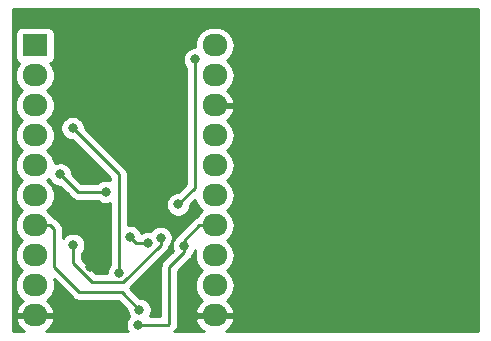
<source format=gbr>
G04 #@! TF.GenerationSoftware,KiCad,Pcbnew,(5.1.5)-3*
G04 #@! TF.CreationDate,2020-05-07T17:46:45-04:00*
G04 #@! TF.ProjectId,CR2025_Nordic,43523230-3235-45f4-9e6f-726469632e6b,rev?*
G04 #@! TF.SameCoordinates,Original*
G04 #@! TF.FileFunction,Copper,L2,Bot*
G04 #@! TF.FilePolarity,Positive*
%FSLAX46Y46*%
G04 Gerber Fmt 4.6, Leading zero omitted, Abs format (unit mm)*
G04 Created by KiCad (PCBNEW (5.1.5)-3) date 2020-05-07 17:46:45*
%MOMM*%
%LPD*%
G04 APERTURE LIST*
%ADD10R,2.100000X1.900000*%
%ADD11O,2.100000X1.900000*%
%ADD12C,0.800000*%
%ADD13C,0.250000*%
%ADD14C,0.254000*%
G04 APERTURE END LIST*
D10*
X126796800Y-79133700D03*
D11*
X142006800Y-79133700D03*
X126796800Y-81673700D03*
X142006800Y-81673700D03*
X126796800Y-84213700D03*
X142006800Y-84213700D03*
X126796800Y-86753700D03*
X142006800Y-86753700D03*
X126796800Y-89293700D03*
X142006800Y-89293700D03*
X126796800Y-91833700D03*
X142006800Y-91833700D03*
X126796800Y-94373700D03*
X142006800Y-94373700D03*
X126796800Y-96913700D03*
X142006800Y-96913700D03*
X126796800Y-99453700D03*
X142006800Y-99453700D03*
X126796800Y-101993700D03*
X142006800Y-101993700D03*
D12*
X161061400Y-90738960D03*
X147838160Y-89824560D03*
X133718300Y-77419200D03*
X137513700Y-84249900D03*
X131927600Y-79151480D03*
X134122160Y-102834440D03*
X129438400Y-91907360D03*
X131495800Y-97917000D03*
X130733800Y-93959680D03*
X133903720Y-98430080D03*
X129987040Y-86126320D03*
X137439400Y-95422720D03*
X130030607Y-96014153D03*
X138917680Y-92588080D03*
X140345160Y-80319880D03*
X139430760Y-96072960D03*
X135539480Y-102809040D03*
X135646160Y-101513640D03*
X128935480Y-90048080D03*
X132804462Y-91529881D03*
X136399993Y-95856513D03*
X134836207Y-95369687D03*
D13*
X131495800Y-97917000D02*
X131495800Y-94782640D01*
X131133799Y-94420639D02*
X131495800Y-94782640D01*
X131133799Y-94359679D02*
X131133799Y-94420639D01*
X130733800Y-93959680D02*
X131133799Y-94359679D01*
X133903720Y-98430080D02*
X133903720Y-90043000D01*
X133903720Y-90043000D02*
X129987040Y-86126320D01*
X137439400Y-95422720D02*
X137439400Y-95988405D01*
X137439400Y-95988405D02*
X134272724Y-99155081D01*
X131660879Y-99155081D02*
X134272724Y-99155081D01*
X130030607Y-97524809D02*
X131660879Y-99155081D01*
X130030607Y-96014153D02*
X130030607Y-97524809D01*
X138917680Y-92588080D02*
X140345160Y-91160600D01*
X140345160Y-91160600D02*
X140345160Y-80319880D01*
X142006800Y-94373700D02*
X141906800Y-94373700D01*
X139430760Y-95649740D02*
X139430760Y-96072960D01*
X140706800Y-94373700D02*
X139430760Y-95649740D01*
X142006800Y-94373700D02*
X140706800Y-94373700D01*
X138059160Y-102809040D02*
X135539480Y-102809040D01*
X138181080Y-97888325D02*
X138181080Y-102687120D01*
X139430760Y-96638645D02*
X138181080Y-97888325D01*
X138181080Y-102687120D02*
X138059160Y-102809040D01*
X139430760Y-96072960D02*
X139430760Y-96638645D01*
X128096800Y-94373700D02*
X126796800Y-94373700D01*
X135646160Y-101513640D02*
X134147560Y-100015040D01*
X130561080Y-100015040D02*
X128397000Y-97850960D01*
X134147560Y-100015040D02*
X130561080Y-100015040D01*
X128096800Y-94373700D02*
X128397000Y-94673900D01*
X128397000Y-94673900D02*
X128397000Y-97850960D01*
X128935480Y-90048080D02*
X130417281Y-91529881D01*
X130417281Y-91529881D02*
X132804462Y-91529881D01*
X136399993Y-95856513D02*
X135323033Y-95856513D01*
X135323033Y-95856513D02*
X134836207Y-95369687D01*
D14*
G36*
X164340001Y-103340000D02*
G01*
X142937872Y-103340000D01*
X142957417Y-103330105D01*
X143201792Y-103138479D01*
X143404087Y-102902860D01*
X143556528Y-102632303D01*
X143647386Y-102366288D01*
X143527384Y-102120700D01*
X142133800Y-102120700D01*
X142133800Y-102140700D01*
X141879800Y-102140700D01*
X141879800Y-102120700D01*
X140486216Y-102120700D01*
X140366214Y-102366288D01*
X140457072Y-102632303D01*
X140609513Y-102902860D01*
X140811808Y-103138479D01*
X141056183Y-103330105D01*
X141075728Y-103340000D01*
X138606581Y-103340000D01*
X138622964Y-103320037D01*
X138692077Y-103250924D01*
X138721081Y-103227121D01*
X138816054Y-103111396D01*
X138886626Y-102979367D01*
X138930083Y-102836106D01*
X138941080Y-102724453D01*
X138941080Y-102724442D01*
X138944756Y-102687120D01*
X138941080Y-102649797D01*
X138941080Y-98203126D01*
X139941768Y-97202440D01*
X139970761Y-97178646D01*
X139994555Y-97149653D01*
X139994559Y-97149649D01*
X140065733Y-97062922D01*
X140104623Y-96990165D01*
X140136306Y-96930892D01*
X140179747Y-96787684D01*
X140234697Y-96732734D01*
X140347965Y-96563216D01*
X140380966Y-96483546D01*
X140344734Y-96602986D01*
X140314131Y-96913700D01*
X140344734Y-97224414D01*
X140435366Y-97523188D01*
X140582544Y-97798539D01*
X140780613Y-98039887D01*
X140955850Y-98183700D01*
X140780613Y-98327513D01*
X140582544Y-98568861D01*
X140435366Y-98844212D01*
X140344734Y-99142986D01*
X140314131Y-99453700D01*
X140344734Y-99764414D01*
X140435366Y-100063188D01*
X140582544Y-100338539D01*
X140780613Y-100579887D01*
X140963496Y-100729975D01*
X140811808Y-100848921D01*
X140609513Y-101084540D01*
X140457072Y-101355097D01*
X140366214Y-101621112D01*
X140486216Y-101866700D01*
X141879800Y-101866700D01*
X141879800Y-101846700D01*
X142133800Y-101846700D01*
X142133800Y-101866700D01*
X143527384Y-101866700D01*
X143647386Y-101621112D01*
X143556528Y-101355097D01*
X143404087Y-101084540D01*
X143201792Y-100848921D01*
X143050104Y-100729975D01*
X143232987Y-100579887D01*
X143431056Y-100338539D01*
X143578234Y-100063188D01*
X143668866Y-99764414D01*
X143699469Y-99453700D01*
X143668866Y-99142986D01*
X143578234Y-98844212D01*
X143431056Y-98568861D01*
X143232987Y-98327513D01*
X143057750Y-98183700D01*
X143232987Y-98039887D01*
X143431056Y-97798539D01*
X143578234Y-97523188D01*
X143668866Y-97224414D01*
X143699469Y-96913700D01*
X143668866Y-96602986D01*
X143578234Y-96304212D01*
X143431056Y-96028861D01*
X143232987Y-95787513D01*
X143057750Y-95643700D01*
X143232987Y-95499887D01*
X143431056Y-95258539D01*
X143578234Y-94983188D01*
X143668866Y-94684414D01*
X143699469Y-94373700D01*
X143668866Y-94062986D01*
X143578234Y-93764212D01*
X143431056Y-93488861D01*
X143232987Y-93247513D01*
X143057750Y-93103700D01*
X143232987Y-92959887D01*
X143431056Y-92718539D01*
X143578234Y-92443188D01*
X143668866Y-92144414D01*
X143699469Y-91833700D01*
X143668866Y-91522986D01*
X143578234Y-91224212D01*
X143431056Y-90948861D01*
X143232987Y-90707513D01*
X143057750Y-90563700D01*
X143232987Y-90419887D01*
X143431056Y-90178539D01*
X143578234Y-89903188D01*
X143668866Y-89604414D01*
X143699469Y-89293700D01*
X143668866Y-88982986D01*
X143578234Y-88684212D01*
X143431056Y-88408861D01*
X143232987Y-88167513D01*
X143057750Y-88023700D01*
X143232987Y-87879887D01*
X143431056Y-87638539D01*
X143578234Y-87363188D01*
X143668866Y-87064414D01*
X143699469Y-86753700D01*
X143668866Y-86442986D01*
X143578234Y-86144212D01*
X143431056Y-85868861D01*
X143232987Y-85627513D01*
X143050104Y-85477425D01*
X143201792Y-85358479D01*
X143404087Y-85122860D01*
X143556528Y-84852303D01*
X143647386Y-84586288D01*
X143527384Y-84340700D01*
X142133800Y-84340700D01*
X142133800Y-84360700D01*
X141879800Y-84360700D01*
X141879800Y-84340700D01*
X141859800Y-84340700D01*
X141859800Y-84086700D01*
X141879800Y-84086700D01*
X141879800Y-84066700D01*
X142133800Y-84066700D01*
X142133800Y-84086700D01*
X143527384Y-84086700D01*
X143647386Y-83841112D01*
X143556528Y-83575097D01*
X143404087Y-83304540D01*
X143201792Y-83068921D01*
X143050104Y-82949975D01*
X143232987Y-82799887D01*
X143431056Y-82558539D01*
X143578234Y-82283188D01*
X143668866Y-81984414D01*
X143699469Y-81673700D01*
X143668866Y-81362986D01*
X143578234Y-81064212D01*
X143431056Y-80788861D01*
X143232987Y-80547513D01*
X143057750Y-80403700D01*
X143232987Y-80259887D01*
X143431056Y-80018539D01*
X143578234Y-79743188D01*
X143668866Y-79444414D01*
X143699469Y-79133700D01*
X143668866Y-78822986D01*
X143578234Y-78524212D01*
X143431056Y-78248861D01*
X143232987Y-78007513D01*
X142991639Y-77809444D01*
X142716288Y-77662266D01*
X142417514Y-77571634D01*
X142184664Y-77548700D01*
X141828936Y-77548700D01*
X141596086Y-77571634D01*
X141297312Y-77662266D01*
X141021961Y-77809444D01*
X140780613Y-78007513D01*
X140582544Y-78248861D01*
X140435366Y-78524212D01*
X140344734Y-78822986D01*
X140314131Y-79133700D01*
X140329021Y-79284880D01*
X140243221Y-79284880D01*
X140043262Y-79324654D01*
X139854904Y-79402675D01*
X139685386Y-79515943D01*
X139541223Y-79660106D01*
X139427955Y-79829624D01*
X139349934Y-80017982D01*
X139310160Y-80217941D01*
X139310160Y-80421819D01*
X139349934Y-80621778D01*
X139427955Y-80810136D01*
X139541223Y-80979654D01*
X139585161Y-81023592D01*
X139585160Y-90845798D01*
X138877879Y-91553080D01*
X138815741Y-91553080D01*
X138615782Y-91592854D01*
X138427424Y-91670875D01*
X138257906Y-91784143D01*
X138113743Y-91928306D01*
X138000475Y-92097824D01*
X137922454Y-92286182D01*
X137882680Y-92486141D01*
X137882680Y-92690019D01*
X137922454Y-92889978D01*
X138000475Y-93078336D01*
X138113743Y-93247854D01*
X138257906Y-93392017D01*
X138427424Y-93505285D01*
X138615782Y-93583306D01*
X138815741Y-93623080D01*
X139019619Y-93623080D01*
X139219578Y-93583306D01*
X139407936Y-93505285D01*
X139577454Y-93392017D01*
X139721617Y-93247854D01*
X139834885Y-93078336D01*
X139912906Y-92889978D01*
X139952680Y-92690019D01*
X139952680Y-92627881D01*
X140366010Y-92214552D01*
X140435366Y-92443188D01*
X140582544Y-92718539D01*
X140780613Y-92959887D01*
X140955850Y-93103700D01*
X140780613Y-93247513D01*
X140582544Y-93488861D01*
X140500674Y-93642030D01*
X140414553Y-93668154D01*
X140282523Y-93738726D01*
X140251469Y-93764212D01*
X140166799Y-93833699D01*
X140143001Y-93862697D01*
X138919763Y-95085936D01*
X138890759Y-95109739D01*
X138852995Y-95155755D01*
X138795786Y-95225464D01*
X138773346Y-95267446D01*
X138770986Y-95269023D01*
X138626823Y-95413186D01*
X138513555Y-95582704D01*
X138435534Y-95771062D01*
X138395760Y-95971021D01*
X138395760Y-96174899D01*
X138435534Y-96374858D01*
X138489488Y-96505114D01*
X137670082Y-97324522D01*
X137641079Y-97348324D01*
X137585951Y-97415499D01*
X137546106Y-97464049D01*
X137513629Y-97524809D01*
X137475534Y-97596079D01*
X137432077Y-97739340D01*
X137421080Y-97850993D01*
X137421080Y-97851003D01*
X137417404Y-97888325D01*
X137421080Y-97925648D01*
X137421081Y-102049040D01*
X136533201Y-102049040D01*
X136563365Y-102003896D01*
X136641386Y-101815538D01*
X136681160Y-101615579D01*
X136681160Y-101411701D01*
X136641386Y-101211742D01*
X136563365Y-101023384D01*
X136450097Y-100853866D01*
X136305934Y-100709703D01*
X136136416Y-100596435D01*
X135948058Y-100518414D01*
X135748099Y-100478640D01*
X135685962Y-100478640D01*
X134854964Y-99647642D01*
X137950403Y-96552204D01*
X137979401Y-96528406D01*
X138011199Y-96489660D01*
X138074374Y-96412682D01*
X138144946Y-96280652D01*
X138177412Y-96173624D01*
X138188387Y-96137444D01*
X138243337Y-96082494D01*
X138356605Y-95912976D01*
X138434626Y-95724618D01*
X138474400Y-95524659D01*
X138474400Y-95320781D01*
X138434626Y-95120822D01*
X138356605Y-94932464D01*
X138243337Y-94762946D01*
X138099174Y-94618783D01*
X137929656Y-94505515D01*
X137741298Y-94427494D01*
X137541339Y-94387720D01*
X137337461Y-94387720D01*
X137137502Y-94427494D01*
X136949144Y-94505515D01*
X136779626Y-94618783D01*
X136635463Y-94762946D01*
X136585256Y-94838087D01*
X136501932Y-94821513D01*
X136298054Y-94821513D01*
X136098095Y-94861287D01*
X135909737Y-94939308D01*
X135806725Y-95008138D01*
X135753412Y-94879431D01*
X135640144Y-94709913D01*
X135495981Y-94565750D01*
X135326463Y-94452482D01*
X135138105Y-94374461D01*
X134938146Y-94334687D01*
X134734268Y-94334687D01*
X134663720Y-94348720D01*
X134663720Y-90080323D01*
X134667396Y-90043000D01*
X134663720Y-90005677D01*
X134663720Y-90005667D01*
X134652723Y-89894014D01*
X134609266Y-89750753D01*
X134606823Y-89746182D01*
X134538694Y-89618723D01*
X134467519Y-89531997D01*
X134443721Y-89502999D01*
X134414723Y-89479201D01*
X131022040Y-86086519D01*
X131022040Y-86024381D01*
X130982266Y-85824422D01*
X130904245Y-85636064D01*
X130790977Y-85466546D01*
X130646814Y-85322383D01*
X130477296Y-85209115D01*
X130288938Y-85131094D01*
X130088979Y-85091320D01*
X129885101Y-85091320D01*
X129685142Y-85131094D01*
X129496784Y-85209115D01*
X129327266Y-85322383D01*
X129183103Y-85466546D01*
X129069835Y-85636064D01*
X128991814Y-85824422D01*
X128952040Y-86024381D01*
X128952040Y-86228259D01*
X128991814Y-86428218D01*
X129069835Y-86616576D01*
X129183103Y-86786094D01*
X129327266Y-86930257D01*
X129496784Y-87043525D01*
X129685142Y-87121546D01*
X129885101Y-87161320D01*
X129947239Y-87161320D01*
X133143721Y-90357803D01*
X133143721Y-90550131D01*
X133106360Y-90534655D01*
X132906401Y-90494881D01*
X132702523Y-90494881D01*
X132502564Y-90534655D01*
X132314206Y-90612676D01*
X132144688Y-90725944D01*
X132100751Y-90769881D01*
X130732083Y-90769881D01*
X129970480Y-90008279D01*
X129970480Y-89946141D01*
X129930706Y-89746182D01*
X129852685Y-89557824D01*
X129739417Y-89388306D01*
X129595254Y-89244143D01*
X129425736Y-89130875D01*
X129237378Y-89052854D01*
X129037419Y-89013080D01*
X128833541Y-89013080D01*
X128633582Y-89052854D01*
X128472326Y-89119649D01*
X128458866Y-88982986D01*
X128368234Y-88684212D01*
X128221056Y-88408861D01*
X128022987Y-88167513D01*
X127847750Y-88023700D01*
X128022987Y-87879887D01*
X128221056Y-87638539D01*
X128368234Y-87363188D01*
X128458866Y-87064414D01*
X128489469Y-86753700D01*
X128458866Y-86442986D01*
X128368234Y-86144212D01*
X128221056Y-85868861D01*
X128022987Y-85627513D01*
X127847750Y-85483700D01*
X128022987Y-85339887D01*
X128221056Y-85098539D01*
X128368234Y-84823188D01*
X128458866Y-84524414D01*
X128489469Y-84213700D01*
X128458866Y-83902986D01*
X128368234Y-83604212D01*
X128221056Y-83328861D01*
X128022987Y-83087513D01*
X127847750Y-82943700D01*
X128022987Y-82799887D01*
X128221056Y-82558539D01*
X128368234Y-82283188D01*
X128458866Y-81984414D01*
X128489469Y-81673700D01*
X128458866Y-81362986D01*
X128368234Y-81064212D01*
X128221056Y-80788861D01*
X128115417Y-80660140D01*
X128201294Y-80614237D01*
X128297985Y-80534885D01*
X128377337Y-80438194D01*
X128436302Y-80327880D01*
X128472612Y-80208182D01*
X128484872Y-80083700D01*
X128484872Y-78183700D01*
X128472612Y-78059218D01*
X128436302Y-77939520D01*
X128377337Y-77829206D01*
X128297985Y-77732515D01*
X128201294Y-77653163D01*
X128090980Y-77594198D01*
X127971282Y-77557888D01*
X127846800Y-77545628D01*
X125746800Y-77545628D01*
X125622318Y-77557888D01*
X125502620Y-77594198D01*
X125392306Y-77653163D01*
X125295615Y-77732515D01*
X125216263Y-77829206D01*
X125157298Y-77939520D01*
X125120988Y-78059218D01*
X125108728Y-78183700D01*
X125108728Y-80083700D01*
X125120988Y-80208182D01*
X125157298Y-80327880D01*
X125216263Y-80438194D01*
X125295615Y-80534885D01*
X125392306Y-80614237D01*
X125478183Y-80660140D01*
X125372544Y-80788861D01*
X125225366Y-81064212D01*
X125134734Y-81362986D01*
X125104131Y-81673700D01*
X125134734Y-81984414D01*
X125225366Y-82283188D01*
X125372544Y-82558539D01*
X125570613Y-82799887D01*
X125745850Y-82943700D01*
X125570613Y-83087513D01*
X125372544Y-83328861D01*
X125225366Y-83604212D01*
X125134734Y-83902986D01*
X125104131Y-84213700D01*
X125134734Y-84524414D01*
X125225366Y-84823188D01*
X125372544Y-85098539D01*
X125570613Y-85339887D01*
X125745850Y-85483700D01*
X125570613Y-85627513D01*
X125372544Y-85868861D01*
X125225366Y-86144212D01*
X125134734Y-86442986D01*
X125104131Y-86753700D01*
X125134734Y-87064414D01*
X125225366Y-87363188D01*
X125372544Y-87638539D01*
X125570613Y-87879887D01*
X125745850Y-88023700D01*
X125570613Y-88167513D01*
X125372544Y-88408861D01*
X125225366Y-88684212D01*
X125134734Y-88982986D01*
X125104131Y-89293700D01*
X125134734Y-89604414D01*
X125225366Y-89903188D01*
X125372544Y-90178539D01*
X125570613Y-90419887D01*
X125745850Y-90563700D01*
X125570613Y-90707513D01*
X125372544Y-90948861D01*
X125225366Y-91224212D01*
X125134734Y-91522986D01*
X125104131Y-91833700D01*
X125134734Y-92144414D01*
X125225366Y-92443188D01*
X125372544Y-92718539D01*
X125570613Y-92959887D01*
X125745850Y-93103700D01*
X125570613Y-93247513D01*
X125372544Y-93488861D01*
X125225366Y-93764212D01*
X125134734Y-94062986D01*
X125104131Y-94373700D01*
X125134734Y-94684414D01*
X125225366Y-94983188D01*
X125372544Y-95258539D01*
X125570613Y-95499887D01*
X125745850Y-95643700D01*
X125570613Y-95787513D01*
X125372544Y-96028861D01*
X125225366Y-96304212D01*
X125134734Y-96602986D01*
X125104131Y-96913700D01*
X125134734Y-97224414D01*
X125225366Y-97523188D01*
X125372544Y-97798539D01*
X125570613Y-98039887D01*
X125745850Y-98183700D01*
X125570613Y-98327513D01*
X125372544Y-98568861D01*
X125225366Y-98844212D01*
X125134734Y-99142986D01*
X125104131Y-99453700D01*
X125134734Y-99764414D01*
X125225366Y-100063188D01*
X125372544Y-100338539D01*
X125570613Y-100579887D01*
X125753496Y-100729975D01*
X125601808Y-100848921D01*
X125399513Y-101084540D01*
X125247072Y-101355097D01*
X125156214Y-101621112D01*
X125276216Y-101866700D01*
X126669800Y-101866700D01*
X126669800Y-101846700D01*
X126923800Y-101846700D01*
X126923800Y-101866700D01*
X128317384Y-101866700D01*
X128437386Y-101621112D01*
X128346528Y-101355097D01*
X128194087Y-101084540D01*
X127991792Y-100848921D01*
X127840104Y-100729975D01*
X128022987Y-100579887D01*
X128221056Y-100338539D01*
X128368234Y-100063188D01*
X128458866Y-99764414D01*
X128489469Y-99453700D01*
X128458866Y-99142986D01*
X128391218Y-98919979D01*
X129997280Y-100526042D01*
X130021079Y-100555041D01*
X130136804Y-100650014D01*
X130268833Y-100720586D01*
X130412094Y-100764043D01*
X130523747Y-100775040D01*
X130523756Y-100775040D01*
X130561079Y-100778716D01*
X130598402Y-100775040D01*
X133832759Y-100775040D01*
X134611160Y-101553442D01*
X134611160Y-101615579D01*
X134650934Y-101815538D01*
X134728955Y-102003896D01*
X134789821Y-102094988D01*
X134735543Y-102149266D01*
X134622275Y-102318784D01*
X134544254Y-102507142D01*
X134504480Y-102707101D01*
X134504480Y-102910979D01*
X134544254Y-103110938D01*
X134622275Y-103299296D01*
X134649472Y-103340000D01*
X127727872Y-103340000D01*
X127747417Y-103330105D01*
X127991792Y-103138479D01*
X128194087Y-102902860D01*
X128346528Y-102632303D01*
X128437386Y-102366288D01*
X128317384Y-102120700D01*
X126923800Y-102120700D01*
X126923800Y-102140700D01*
X126669800Y-102140700D01*
X126669800Y-102120700D01*
X125276216Y-102120700D01*
X125156214Y-102366288D01*
X125247072Y-102632303D01*
X125399513Y-102902860D01*
X125601808Y-103138479D01*
X125846183Y-103330105D01*
X125865728Y-103340000D01*
X124960000Y-103340000D01*
X124960000Y-76060000D01*
X164340000Y-76060000D01*
X164340001Y-103340000D01*
G37*
X164340001Y-103340000D02*
X142937872Y-103340000D01*
X142957417Y-103330105D01*
X143201792Y-103138479D01*
X143404087Y-102902860D01*
X143556528Y-102632303D01*
X143647386Y-102366288D01*
X143527384Y-102120700D01*
X142133800Y-102120700D01*
X142133800Y-102140700D01*
X141879800Y-102140700D01*
X141879800Y-102120700D01*
X140486216Y-102120700D01*
X140366214Y-102366288D01*
X140457072Y-102632303D01*
X140609513Y-102902860D01*
X140811808Y-103138479D01*
X141056183Y-103330105D01*
X141075728Y-103340000D01*
X138606581Y-103340000D01*
X138622964Y-103320037D01*
X138692077Y-103250924D01*
X138721081Y-103227121D01*
X138816054Y-103111396D01*
X138886626Y-102979367D01*
X138930083Y-102836106D01*
X138941080Y-102724453D01*
X138941080Y-102724442D01*
X138944756Y-102687120D01*
X138941080Y-102649797D01*
X138941080Y-98203126D01*
X139941768Y-97202440D01*
X139970761Y-97178646D01*
X139994555Y-97149653D01*
X139994559Y-97149649D01*
X140065733Y-97062922D01*
X140104623Y-96990165D01*
X140136306Y-96930892D01*
X140179747Y-96787684D01*
X140234697Y-96732734D01*
X140347965Y-96563216D01*
X140380966Y-96483546D01*
X140344734Y-96602986D01*
X140314131Y-96913700D01*
X140344734Y-97224414D01*
X140435366Y-97523188D01*
X140582544Y-97798539D01*
X140780613Y-98039887D01*
X140955850Y-98183700D01*
X140780613Y-98327513D01*
X140582544Y-98568861D01*
X140435366Y-98844212D01*
X140344734Y-99142986D01*
X140314131Y-99453700D01*
X140344734Y-99764414D01*
X140435366Y-100063188D01*
X140582544Y-100338539D01*
X140780613Y-100579887D01*
X140963496Y-100729975D01*
X140811808Y-100848921D01*
X140609513Y-101084540D01*
X140457072Y-101355097D01*
X140366214Y-101621112D01*
X140486216Y-101866700D01*
X141879800Y-101866700D01*
X141879800Y-101846700D01*
X142133800Y-101846700D01*
X142133800Y-101866700D01*
X143527384Y-101866700D01*
X143647386Y-101621112D01*
X143556528Y-101355097D01*
X143404087Y-101084540D01*
X143201792Y-100848921D01*
X143050104Y-100729975D01*
X143232987Y-100579887D01*
X143431056Y-100338539D01*
X143578234Y-100063188D01*
X143668866Y-99764414D01*
X143699469Y-99453700D01*
X143668866Y-99142986D01*
X143578234Y-98844212D01*
X143431056Y-98568861D01*
X143232987Y-98327513D01*
X143057750Y-98183700D01*
X143232987Y-98039887D01*
X143431056Y-97798539D01*
X143578234Y-97523188D01*
X143668866Y-97224414D01*
X143699469Y-96913700D01*
X143668866Y-96602986D01*
X143578234Y-96304212D01*
X143431056Y-96028861D01*
X143232987Y-95787513D01*
X143057750Y-95643700D01*
X143232987Y-95499887D01*
X143431056Y-95258539D01*
X143578234Y-94983188D01*
X143668866Y-94684414D01*
X143699469Y-94373700D01*
X143668866Y-94062986D01*
X143578234Y-93764212D01*
X143431056Y-93488861D01*
X143232987Y-93247513D01*
X143057750Y-93103700D01*
X143232987Y-92959887D01*
X143431056Y-92718539D01*
X143578234Y-92443188D01*
X143668866Y-92144414D01*
X143699469Y-91833700D01*
X143668866Y-91522986D01*
X143578234Y-91224212D01*
X143431056Y-90948861D01*
X143232987Y-90707513D01*
X143057750Y-90563700D01*
X143232987Y-90419887D01*
X143431056Y-90178539D01*
X143578234Y-89903188D01*
X143668866Y-89604414D01*
X143699469Y-89293700D01*
X143668866Y-88982986D01*
X143578234Y-88684212D01*
X143431056Y-88408861D01*
X143232987Y-88167513D01*
X143057750Y-88023700D01*
X143232987Y-87879887D01*
X143431056Y-87638539D01*
X143578234Y-87363188D01*
X143668866Y-87064414D01*
X143699469Y-86753700D01*
X143668866Y-86442986D01*
X143578234Y-86144212D01*
X143431056Y-85868861D01*
X143232987Y-85627513D01*
X143050104Y-85477425D01*
X143201792Y-85358479D01*
X143404087Y-85122860D01*
X143556528Y-84852303D01*
X143647386Y-84586288D01*
X143527384Y-84340700D01*
X142133800Y-84340700D01*
X142133800Y-84360700D01*
X141879800Y-84360700D01*
X141879800Y-84340700D01*
X141859800Y-84340700D01*
X141859800Y-84086700D01*
X141879800Y-84086700D01*
X141879800Y-84066700D01*
X142133800Y-84066700D01*
X142133800Y-84086700D01*
X143527384Y-84086700D01*
X143647386Y-83841112D01*
X143556528Y-83575097D01*
X143404087Y-83304540D01*
X143201792Y-83068921D01*
X143050104Y-82949975D01*
X143232987Y-82799887D01*
X143431056Y-82558539D01*
X143578234Y-82283188D01*
X143668866Y-81984414D01*
X143699469Y-81673700D01*
X143668866Y-81362986D01*
X143578234Y-81064212D01*
X143431056Y-80788861D01*
X143232987Y-80547513D01*
X143057750Y-80403700D01*
X143232987Y-80259887D01*
X143431056Y-80018539D01*
X143578234Y-79743188D01*
X143668866Y-79444414D01*
X143699469Y-79133700D01*
X143668866Y-78822986D01*
X143578234Y-78524212D01*
X143431056Y-78248861D01*
X143232987Y-78007513D01*
X142991639Y-77809444D01*
X142716288Y-77662266D01*
X142417514Y-77571634D01*
X142184664Y-77548700D01*
X141828936Y-77548700D01*
X141596086Y-77571634D01*
X141297312Y-77662266D01*
X141021961Y-77809444D01*
X140780613Y-78007513D01*
X140582544Y-78248861D01*
X140435366Y-78524212D01*
X140344734Y-78822986D01*
X140314131Y-79133700D01*
X140329021Y-79284880D01*
X140243221Y-79284880D01*
X140043262Y-79324654D01*
X139854904Y-79402675D01*
X139685386Y-79515943D01*
X139541223Y-79660106D01*
X139427955Y-79829624D01*
X139349934Y-80017982D01*
X139310160Y-80217941D01*
X139310160Y-80421819D01*
X139349934Y-80621778D01*
X139427955Y-80810136D01*
X139541223Y-80979654D01*
X139585161Y-81023592D01*
X139585160Y-90845798D01*
X138877879Y-91553080D01*
X138815741Y-91553080D01*
X138615782Y-91592854D01*
X138427424Y-91670875D01*
X138257906Y-91784143D01*
X138113743Y-91928306D01*
X138000475Y-92097824D01*
X137922454Y-92286182D01*
X137882680Y-92486141D01*
X137882680Y-92690019D01*
X137922454Y-92889978D01*
X138000475Y-93078336D01*
X138113743Y-93247854D01*
X138257906Y-93392017D01*
X138427424Y-93505285D01*
X138615782Y-93583306D01*
X138815741Y-93623080D01*
X139019619Y-93623080D01*
X139219578Y-93583306D01*
X139407936Y-93505285D01*
X139577454Y-93392017D01*
X139721617Y-93247854D01*
X139834885Y-93078336D01*
X139912906Y-92889978D01*
X139952680Y-92690019D01*
X139952680Y-92627881D01*
X140366010Y-92214552D01*
X140435366Y-92443188D01*
X140582544Y-92718539D01*
X140780613Y-92959887D01*
X140955850Y-93103700D01*
X140780613Y-93247513D01*
X140582544Y-93488861D01*
X140500674Y-93642030D01*
X140414553Y-93668154D01*
X140282523Y-93738726D01*
X140251469Y-93764212D01*
X140166799Y-93833699D01*
X140143001Y-93862697D01*
X138919763Y-95085936D01*
X138890759Y-95109739D01*
X138852995Y-95155755D01*
X138795786Y-95225464D01*
X138773346Y-95267446D01*
X138770986Y-95269023D01*
X138626823Y-95413186D01*
X138513555Y-95582704D01*
X138435534Y-95771062D01*
X138395760Y-95971021D01*
X138395760Y-96174899D01*
X138435534Y-96374858D01*
X138489488Y-96505114D01*
X137670082Y-97324522D01*
X137641079Y-97348324D01*
X137585951Y-97415499D01*
X137546106Y-97464049D01*
X137513629Y-97524809D01*
X137475534Y-97596079D01*
X137432077Y-97739340D01*
X137421080Y-97850993D01*
X137421080Y-97851003D01*
X137417404Y-97888325D01*
X137421080Y-97925648D01*
X137421081Y-102049040D01*
X136533201Y-102049040D01*
X136563365Y-102003896D01*
X136641386Y-101815538D01*
X136681160Y-101615579D01*
X136681160Y-101411701D01*
X136641386Y-101211742D01*
X136563365Y-101023384D01*
X136450097Y-100853866D01*
X136305934Y-100709703D01*
X136136416Y-100596435D01*
X135948058Y-100518414D01*
X135748099Y-100478640D01*
X135685962Y-100478640D01*
X134854964Y-99647642D01*
X137950403Y-96552204D01*
X137979401Y-96528406D01*
X138011199Y-96489660D01*
X138074374Y-96412682D01*
X138144946Y-96280652D01*
X138177412Y-96173624D01*
X138188387Y-96137444D01*
X138243337Y-96082494D01*
X138356605Y-95912976D01*
X138434626Y-95724618D01*
X138474400Y-95524659D01*
X138474400Y-95320781D01*
X138434626Y-95120822D01*
X138356605Y-94932464D01*
X138243337Y-94762946D01*
X138099174Y-94618783D01*
X137929656Y-94505515D01*
X137741298Y-94427494D01*
X137541339Y-94387720D01*
X137337461Y-94387720D01*
X137137502Y-94427494D01*
X136949144Y-94505515D01*
X136779626Y-94618783D01*
X136635463Y-94762946D01*
X136585256Y-94838087D01*
X136501932Y-94821513D01*
X136298054Y-94821513D01*
X136098095Y-94861287D01*
X135909737Y-94939308D01*
X135806725Y-95008138D01*
X135753412Y-94879431D01*
X135640144Y-94709913D01*
X135495981Y-94565750D01*
X135326463Y-94452482D01*
X135138105Y-94374461D01*
X134938146Y-94334687D01*
X134734268Y-94334687D01*
X134663720Y-94348720D01*
X134663720Y-90080323D01*
X134667396Y-90043000D01*
X134663720Y-90005677D01*
X134663720Y-90005667D01*
X134652723Y-89894014D01*
X134609266Y-89750753D01*
X134606823Y-89746182D01*
X134538694Y-89618723D01*
X134467519Y-89531997D01*
X134443721Y-89502999D01*
X134414723Y-89479201D01*
X131022040Y-86086519D01*
X131022040Y-86024381D01*
X130982266Y-85824422D01*
X130904245Y-85636064D01*
X130790977Y-85466546D01*
X130646814Y-85322383D01*
X130477296Y-85209115D01*
X130288938Y-85131094D01*
X130088979Y-85091320D01*
X129885101Y-85091320D01*
X129685142Y-85131094D01*
X129496784Y-85209115D01*
X129327266Y-85322383D01*
X129183103Y-85466546D01*
X129069835Y-85636064D01*
X128991814Y-85824422D01*
X128952040Y-86024381D01*
X128952040Y-86228259D01*
X128991814Y-86428218D01*
X129069835Y-86616576D01*
X129183103Y-86786094D01*
X129327266Y-86930257D01*
X129496784Y-87043525D01*
X129685142Y-87121546D01*
X129885101Y-87161320D01*
X129947239Y-87161320D01*
X133143721Y-90357803D01*
X133143721Y-90550131D01*
X133106360Y-90534655D01*
X132906401Y-90494881D01*
X132702523Y-90494881D01*
X132502564Y-90534655D01*
X132314206Y-90612676D01*
X132144688Y-90725944D01*
X132100751Y-90769881D01*
X130732083Y-90769881D01*
X129970480Y-90008279D01*
X129970480Y-89946141D01*
X129930706Y-89746182D01*
X129852685Y-89557824D01*
X129739417Y-89388306D01*
X129595254Y-89244143D01*
X129425736Y-89130875D01*
X129237378Y-89052854D01*
X129037419Y-89013080D01*
X128833541Y-89013080D01*
X128633582Y-89052854D01*
X128472326Y-89119649D01*
X128458866Y-88982986D01*
X128368234Y-88684212D01*
X128221056Y-88408861D01*
X128022987Y-88167513D01*
X127847750Y-88023700D01*
X128022987Y-87879887D01*
X128221056Y-87638539D01*
X128368234Y-87363188D01*
X128458866Y-87064414D01*
X128489469Y-86753700D01*
X128458866Y-86442986D01*
X128368234Y-86144212D01*
X128221056Y-85868861D01*
X128022987Y-85627513D01*
X127847750Y-85483700D01*
X128022987Y-85339887D01*
X128221056Y-85098539D01*
X128368234Y-84823188D01*
X128458866Y-84524414D01*
X128489469Y-84213700D01*
X128458866Y-83902986D01*
X128368234Y-83604212D01*
X128221056Y-83328861D01*
X128022987Y-83087513D01*
X127847750Y-82943700D01*
X128022987Y-82799887D01*
X128221056Y-82558539D01*
X128368234Y-82283188D01*
X128458866Y-81984414D01*
X128489469Y-81673700D01*
X128458866Y-81362986D01*
X128368234Y-81064212D01*
X128221056Y-80788861D01*
X128115417Y-80660140D01*
X128201294Y-80614237D01*
X128297985Y-80534885D01*
X128377337Y-80438194D01*
X128436302Y-80327880D01*
X128472612Y-80208182D01*
X128484872Y-80083700D01*
X128484872Y-78183700D01*
X128472612Y-78059218D01*
X128436302Y-77939520D01*
X128377337Y-77829206D01*
X128297985Y-77732515D01*
X128201294Y-77653163D01*
X128090980Y-77594198D01*
X127971282Y-77557888D01*
X127846800Y-77545628D01*
X125746800Y-77545628D01*
X125622318Y-77557888D01*
X125502620Y-77594198D01*
X125392306Y-77653163D01*
X125295615Y-77732515D01*
X125216263Y-77829206D01*
X125157298Y-77939520D01*
X125120988Y-78059218D01*
X125108728Y-78183700D01*
X125108728Y-80083700D01*
X125120988Y-80208182D01*
X125157298Y-80327880D01*
X125216263Y-80438194D01*
X125295615Y-80534885D01*
X125392306Y-80614237D01*
X125478183Y-80660140D01*
X125372544Y-80788861D01*
X125225366Y-81064212D01*
X125134734Y-81362986D01*
X125104131Y-81673700D01*
X125134734Y-81984414D01*
X125225366Y-82283188D01*
X125372544Y-82558539D01*
X125570613Y-82799887D01*
X125745850Y-82943700D01*
X125570613Y-83087513D01*
X125372544Y-83328861D01*
X125225366Y-83604212D01*
X125134734Y-83902986D01*
X125104131Y-84213700D01*
X125134734Y-84524414D01*
X125225366Y-84823188D01*
X125372544Y-85098539D01*
X125570613Y-85339887D01*
X125745850Y-85483700D01*
X125570613Y-85627513D01*
X125372544Y-85868861D01*
X125225366Y-86144212D01*
X125134734Y-86442986D01*
X125104131Y-86753700D01*
X125134734Y-87064414D01*
X125225366Y-87363188D01*
X125372544Y-87638539D01*
X125570613Y-87879887D01*
X125745850Y-88023700D01*
X125570613Y-88167513D01*
X125372544Y-88408861D01*
X125225366Y-88684212D01*
X125134734Y-88982986D01*
X125104131Y-89293700D01*
X125134734Y-89604414D01*
X125225366Y-89903188D01*
X125372544Y-90178539D01*
X125570613Y-90419887D01*
X125745850Y-90563700D01*
X125570613Y-90707513D01*
X125372544Y-90948861D01*
X125225366Y-91224212D01*
X125134734Y-91522986D01*
X125104131Y-91833700D01*
X125134734Y-92144414D01*
X125225366Y-92443188D01*
X125372544Y-92718539D01*
X125570613Y-92959887D01*
X125745850Y-93103700D01*
X125570613Y-93247513D01*
X125372544Y-93488861D01*
X125225366Y-93764212D01*
X125134734Y-94062986D01*
X125104131Y-94373700D01*
X125134734Y-94684414D01*
X125225366Y-94983188D01*
X125372544Y-95258539D01*
X125570613Y-95499887D01*
X125745850Y-95643700D01*
X125570613Y-95787513D01*
X125372544Y-96028861D01*
X125225366Y-96304212D01*
X125134734Y-96602986D01*
X125104131Y-96913700D01*
X125134734Y-97224414D01*
X125225366Y-97523188D01*
X125372544Y-97798539D01*
X125570613Y-98039887D01*
X125745850Y-98183700D01*
X125570613Y-98327513D01*
X125372544Y-98568861D01*
X125225366Y-98844212D01*
X125134734Y-99142986D01*
X125104131Y-99453700D01*
X125134734Y-99764414D01*
X125225366Y-100063188D01*
X125372544Y-100338539D01*
X125570613Y-100579887D01*
X125753496Y-100729975D01*
X125601808Y-100848921D01*
X125399513Y-101084540D01*
X125247072Y-101355097D01*
X125156214Y-101621112D01*
X125276216Y-101866700D01*
X126669800Y-101866700D01*
X126669800Y-101846700D01*
X126923800Y-101846700D01*
X126923800Y-101866700D01*
X128317384Y-101866700D01*
X128437386Y-101621112D01*
X128346528Y-101355097D01*
X128194087Y-101084540D01*
X127991792Y-100848921D01*
X127840104Y-100729975D01*
X128022987Y-100579887D01*
X128221056Y-100338539D01*
X128368234Y-100063188D01*
X128458866Y-99764414D01*
X128489469Y-99453700D01*
X128458866Y-99142986D01*
X128391218Y-98919979D01*
X129997280Y-100526042D01*
X130021079Y-100555041D01*
X130136804Y-100650014D01*
X130268833Y-100720586D01*
X130412094Y-100764043D01*
X130523747Y-100775040D01*
X130523756Y-100775040D01*
X130561079Y-100778716D01*
X130598402Y-100775040D01*
X133832759Y-100775040D01*
X134611160Y-101553442D01*
X134611160Y-101615579D01*
X134650934Y-101815538D01*
X134728955Y-102003896D01*
X134789821Y-102094988D01*
X134735543Y-102149266D01*
X134622275Y-102318784D01*
X134544254Y-102507142D01*
X134504480Y-102707101D01*
X134504480Y-102910979D01*
X134544254Y-103110938D01*
X134622275Y-103299296D01*
X134649472Y-103340000D01*
X127727872Y-103340000D01*
X127747417Y-103330105D01*
X127991792Y-103138479D01*
X128194087Y-102902860D01*
X128346528Y-102632303D01*
X128437386Y-102366288D01*
X128317384Y-102120700D01*
X126923800Y-102120700D01*
X126923800Y-102140700D01*
X126669800Y-102140700D01*
X126669800Y-102120700D01*
X125276216Y-102120700D01*
X125156214Y-102366288D01*
X125247072Y-102632303D01*
X125399513Y-102902860D01*
X125601808Y-103138479D01*
X125846183Y-103330105D01*
X125865728Y-103340000D01*
X124960000Y-103340000D01*
X124960000Y-76060000D01*
X164340000Y-76060000D01*
X164340001Y-103340000D01*
G36*
X128018275Y-90538336D02*
G01*
X128131543Y-90707854D01*
X128275706Y-90852017D01*
X128445224Y-90965285D01*
X128633582Y-91043306D01*
X128833541Y-91083080D01*
X128895679Y-91083080D01*
X129853482Y-92040884D01*
X129877280Y-92069882D01*
X129906278Y-92093680D01*
X129993004Y-92164855D01*
X130125034Y-92235427D01*
X130268295Y-92278884D01*
X130379948Y-92289881D01*
X130379957Y-92289881D01*
X130417280Y-92293557D01*
X130454603Y-92289881D01*
X132100751Y-92289881D01*
X132144688Y-92333818D01*
X132314206Y-92447086D01*
X132502564Y-92525107D01*
X132702523Y-92564881D01*
X132906401Y-92564881D01*
X133106360Y-92525107D01*
X133143721Y-92509632D01*
X133143720Y-97726369D01*
X133099783Y-97770306D01*
X132986515Y-97939824D01*
X132908494Y-98128182D01*
X132868720Y-98328141D01*
X132868720Y-98395081D01*
X131975681Y-98395081D01*
X130790607Y-97210008D01*
X130790607Y-96717864D01*
X130834544Y-96673927D01*
X130947812Y-96504409D01*
X131025833Y-96316051D01*
X131065607Y-96116092D01*
X131065607Y-95912214D01*
X131025833Y-95712255D01*
X130947812Y-95523897D01*
X130834544Y-95354379D01*
X130690381Y-95210216D01*
X130520863Y-95096948D01*
X130332505Y-95018927D01*
X130132546Y-94979153D01*
X129928668Y-94979153D01*
X129728709Y-95018927D01*
X129540351Y-95096948D01*
X129370833Y-95210216D01*
X129226670Y-95354379D01*
X129157000Y-95458648D01*
X129157000Y-94711223D01*
X129160676Y-94673900D01*
X129157000Y-94636577D01*
X129157000Y-94636567D01*
X129146003Y-94524914D01*
X129102546Y-94381653D01*
X129031974Y-94249624D01*
X128937001Y-94133899D01*
X128907998Y-94110097D01*
X128660604Y-93862703D01*
X128636801Y-93833699D01*
X128521076Y-93738726D01*
X128389047Y-93668154D01*
X128302926Y-93642030D01*
X128221056Y-93488861D01*
X128022987Y-93247513D01*
X127847750Y-93103700D01*
X128022987Y-92959887D01*
X128221056Y-92718539D01*
X128368234Y-92443188D01*
X128458866Y-92144414D01*
X128489469Y-91833700D01*
X128458866Y-91522986D01*
X128368234Y-91224212D01*
X128221056Y-90948861D01*
X128022987Y-90707513D01*
X127847750Y-90563700D01*
X127982854Y-90452823D01*
X128018275Y-90538336D01*
G37*
X128018275Y-90538336D02*
X128131543Y-90707854D01*
X128275706Y-90852017D01*
X128445224Y-90965285D01*
X128633582Y-91043306D01*
X128833541Y-91083080D01*
X128895679Y-91083080D01*
X129853482Y-92040884D01*
X129877280Y-92069882D01*
X129906278Y-92093680D01*
X129993004Y-92164855D01*
X130125034Y-92235427D01*
X130268295Y-92278884D01*
X130379948Y-92289881D01*
X130379957Y-92289881D01*
X130417280Y-92293557D01*
X130454603Y-92289881D01*
X132100751Y-92289881D01*
X132144688Y-92333818D01*
X132314206Y-92447086D01*
X132502564Y-92525107D01*
X132702523Y-92564881D01*
X132906401Y-92564881D01*
X133106360Y-92525107D01*
X133143721Y-92509632D01*
X133143720Y-97726369D01*
X133099783Y-97770306D01*
X132986515Y-97939824D01*
X132908494Y-98128182D01*
X132868720Y-98328141D01*
X132868720Y-98395081D01*
X131975681Y-98395081D01*
X130790607Y-97210008D01*
X130790607Y-96717864D01*
X130834544Y-96673927D01*
X130947812Y-96504409D01*
X131025833Y-96316051D01*
X131065607Y-96116092D01*
X131065607Y-95912214D01*
X131025833Y-95712255D01*
X130947812Y-95523897D01*
X130834544Y-95354379D01*
X130690381Y-95210216D01*
X130520863Y-95096948D01*
X130332505Y-95018927D01*
X130132546Y-94979153D01*
X129928668Y-94979153D01*
X129728709Y-95018927D01*
X129540351Y-95096948D01*
X129370833Y-95210216D01*
X129226670Y-95354379D01*
X129157000Y-95458648D01*
X129157000Y-94711223D01*
X129160676Y-94673900D01*
X129157000Y-94636577D01*
X129157000Y-94636567D01*
X129146003Y-94524914D01*
X129102546Y-94381653D01*
X129031974Y-94249624D01*
X128937001Y-94133899D01*
X128907998Y-94110097D01*
X128660604Y-93862703D01*
X128636801Y-93833699D01*
X128521076Y-93738726D01*
X128389047Y-93668154D01*
X128302926Y-93642030D01*
X128221056Y-93488861D01*
X128022987Y-93247513D01*
X127847750Y-93103700D01*
X128022987Y-92959887D01*
X128221056Y-92718539D01*
X128368234Y-92443188D01*
X128458866Y-92144414D01*
X128489469Y-91833700D01*
X128458866Y-91522986D01*
X128368234Y-91224212D01*
X128221056Y-90948861D01*
X128022987Y-90707513D01*
X127847750Y-90563700D01*
X127982854Y-90452823D01*
X128018275Y-90538336D01*
M02*

</source>
